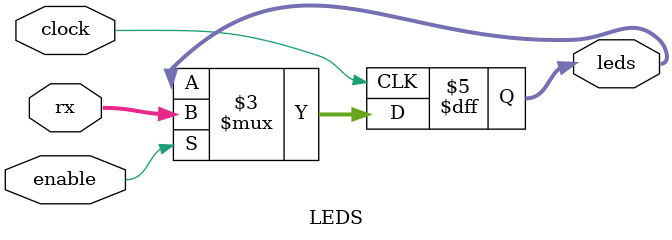
<source format=v>
`timescale 1ns / 1ps
module LEDS(
    input [3:0] rx,
    input clock,
    input enable,
    output reg[3:0] leds
    );

 always@(posedge clock)
	if(enable)
		leds = rx;
	else
		leds = leds;

endmodule

</source>
